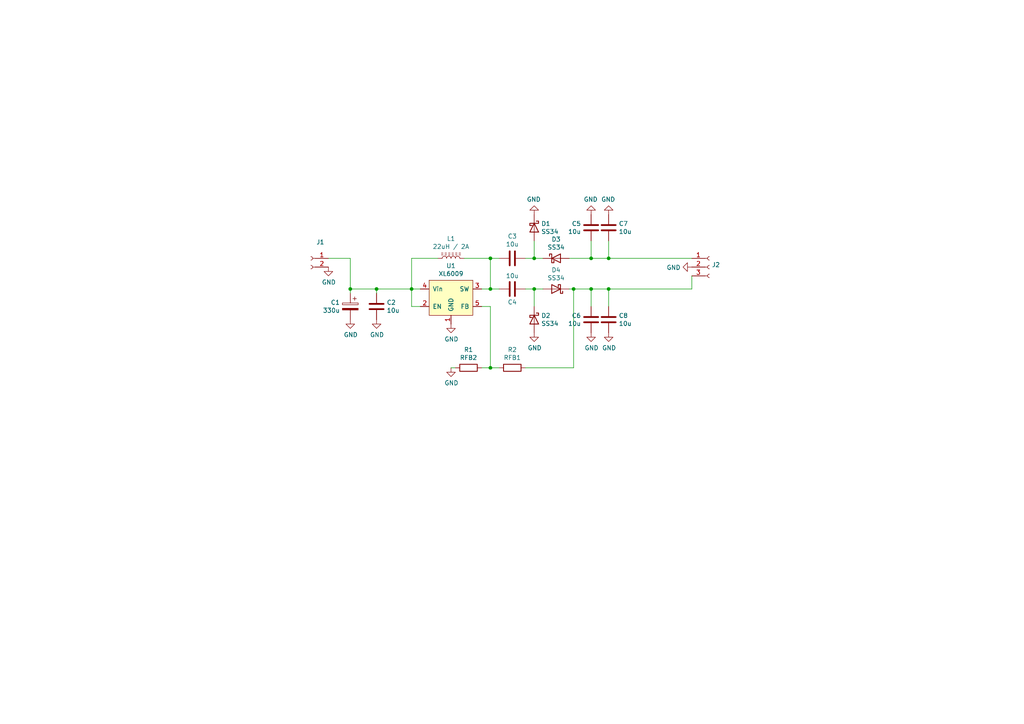
<source format=kicad_sch>
(kicad_sch (version 20220622) (generator eeschema)
  (paper "A4")
  (lib_symbols
    (symbol "Connector:Conn_01x02_Female" (pin_names (offset 1.016) hide)
      (property "Reference" "J" (at 0 2.54 0))
      (property "Value" "Conn_01x02_Female" (at 0 -5.08 0))
      (symbol "Conn_01x02_Female_1_1"
        (arc (start 0 -2.032) (mid -0.508 -2.54) (end 0 -3.048) (stroke (width 0.1524)))
        (polyline (pts (xy -1.27 -2.54) (xy -0.508 -2.54)) (stroke (width 0.1524)))
        (polyline (pts (xy -1.27 0) (xy -0.508 0)) (stroke (width 0.1524)))
        (arc (start 0 0.508) (mid -0.508 0) (end 0 -0.508) (stroke (width 0.1524)))
        (pin passive line (at -5.08 0 0) (length 3.81) (name "Pin_1") (number "1"))
        (pin passive line (at -5.08 -2.54 0) (length 3.81) (name "Pin_2") (number "2"))
      )
    )
    (symbol "Connector:Conn_01x03_Female" (pin_names (offset 1.016) hide)
      (property "Reference" "J" (at 0 5.08 0))
      (property "Value" "Conn_01x03_Female" (at 0 -5.08 0))
      (symbol "Conn_01x03_Female_1_1"
        (arc (start 0 -2.032) (mid -0.508 -2.54) (end 0 -3.048) (stroke (width 0.1524)))
        (polyline (pts (xy -1.27 -2.54) (xy -0.508 -2.54)) (stroke (width 0.1524)))
        (polyline (pts (xy -1.27 0) (xy -0.508 0)) (stroke (width 0.1524)))
        (polyline (pts (xy -1.27 2.54) (xy -0.508 2.54)) (stroke (width 0.1524)))
        (arc (start 0 0.508) (mid -0.508 0) (end 0 -0.508) (stroke (width 0.1524)))
        (arc (start 0 3.048) (mid -0.508 2.54) (end 0 2.032) (stroke (width 0.1524)))
        (pin passive line (at -5.08 2.54 0) (length 3.81) (name "Pin_1") (number "1"))
        (pin passive line (at -5.08 0 0) (length 3.81) (name "Pin_2") (number "2"))
        (pin passive line (at -5.08 -2.54 0) (length 3.81) (name "Pin_3") (number "3"))
      )
    )
    (symbol "Device:C" (pin_numbers hide) (pin_names (offset 0.254))
      (property "Reference" "C" (at 0.635 2.54 0))
      (property "Value" "C" (at 0.635 -2.54 0))
      (symbol "C_0_1"
        (polyline (pts (xy -2.032 -0.762) (xy 2.032 -0.762)) (stroke (width 0.508)))
        (polyline (pts (xy -2.032 0.762) (xy 2.032 0.762)) (stroke (width 0.508)))
      )
      (symbol "C_1_1"
        (pin passive line (at 0 3.81 270) (length 2.794) (name "~") (number "1"))
        (pin passive line (at 0 -3.81 90) (length 2.794) (name "~") (number "2"))
      )
    )
    (symbol "Device:D_Schottky" (pin_numbers hide) (pin_names (offset 1.016) hide)
      (property "Reference" "D" (at 0 2.54 0))
      (property "Value" "D_Schottky" (at 0 -2.54 0))
      (symbol "D_Schottky_0_1"
        (polyline (pts (xy 1.27 0) (xy -1.27 0)))
        (polyline (pts (xy 1.27 1.27) (xy 1.27 -1.27) (xy -1.27 0) (xy 1.27 1.27)) (stroke (width 0.254)))
        (polyline (pts (xy -1.905 0.635) (xy -1.905 1.27) (xy -1.27 1.27) (xy -1.27 -1.27) (xy -0.635 -1.27) (xy -0.635 -0.635)) (stroke (width 0.254)))
      )
      (symbol "D_Schottky_1_1"
        (pin passive line (at -3.81 0 0) (length 2.54) (name "K") (number "1"))
        (pin passive line (at 3.81 0 180) (length 2.54) (name "A") (number "2"))
      )
    )
    (symbol "Device:R" (pin_numbers hide) (pin_names (offset 0))
      (property "Reference" "R" (at 2.032 0 90))
      (property "Value" "R" (at 0 0 90))
      (symbol "R_0_1"
        (rectangle (start -1.016 -2.54) (end 1.016 2.54) (stroke (width 0.254)))
      )
      (symbol "R_1_1"
        (pin passive line (at 0 3.81 270) (length 1.27) (name "~") (number "1"))
        (pin passive line (at 0 -3.81 90) (length 1.27) (name "~") (number "2"))
      )
    )
    (symbol "XL6009-rescue:CP-Device" (pin_numbers hide) (pin_names (offset 0.254))
      (property "Reference" "C" (at 0.635 2.54 0))
      (property "Value" "CP-Device" (at 0.635 -2.54 0))
      (symbol "CP-Device_0_1"
        (rectangle (start -2.286 0.508) (end 2.286 1.016))
        (polyline (pts (xy -1.778 2.286) (xy -0.762 2.286)))
        (polyline (pts (xy -1.27 2.794) (xy -1.27 1.778)))
        (rectangle (start 2.286 -0.508) (end -2.286 -1.016) (fill (type outline)))
      )
      (symbol "CP-Device_1_1"
        (pin passive line (at 0 3.81 270) (length 2.794) (name "~") (number "1"))
        (pin passive line (at 0 -3.81 90) (length 2.794) (name "~") (number "2"))
      )
    )
    (symbol "XL6009-rescue:L_Core_Ferrite-Device" (pin_numbers hide) (pin_names (offset 1.016) hide)
      (property "Reference" "L" (at -1.27 0 90))
      (property "Value" "L_Core_Ferrite-Device" (at 2.794 0 90))
      (symbol "L_Core_Ferrite-Device_0_1"
        (arc (start 0 -2.54) (mid 0.6323 -1.905) (end 0 -1.27))
        (arc (start 0 -1.27) (mid 0.6323 -0.635) (end 0 0))
        (polyline (pts (xy 1.016 -2.794) (xy 1.016 -2.286)))
        (polyline (pts (xy 1.016 -1.778) (xy 1.016 -1.27)))
        (polyline (pts (xy 1.016 -0.762) (xy 1.016 -0.254)))
        (polyline (pts (xy 1.016 0.254) (xy 1.016 0.762)))
        (polyline (pts (xy 1.016 1.27) (xy 1.016 1.778)))
        (polyline (pts (xy 1.016 2.286) (xy 1.016 2.794)))
        (polyline (pts (xy 1.524 -2.286) (xy 1.524 -2.794)))
        (polyline (pts (xy 1.524 -1.27) (xy 1.524 -1.778)))
        (polyline (pts (xy 1.524 -0.254) (xy 1.524 -0.762)))
        (polyline (pts (xy 1.524 0.762) (xy 1.524 0.254)))
        (polyline (pts (xy 1.524 1.778) (xy 1.524 1.27)))
        (polyline (pts (xy 1.524 2.794) (xy 1.524 2.286)))
        (arc (start 0 0) (mid 0.6323 0.635) (end 0 1.27))
        (arc (start 0 1.27) (mid 0.6323 1.905) (end 0 2.54))
      )
      (symbol "L_Core_Ferrite-Device_1_1"
        (pin passive line (at 0 3.81 270) (length 1.27) (name "1") (number "1"))
        (pin passive line (at 0 -3.81 90) (length 1.27) (name "2") (number "2"))
      )
    )
    (symbol "XL6009-rescue:XL6009-Battery_Management" (pin_names (offset 1.016))
      (property "Reference" "U" (at 0 8.89 0))
      (property "Value" "XL6009-Battery_Management" (at 0 6.35 0))
      (symbol "XL6009-Battery_Management_0_1"
        (rectangle (start -6.35 5.08) (end 6.35 -5.08) (fill (type background)))
      )
      (symbol "XL6009-Battery_Management_1_1"
        (pin unspecified line (at 0 -7.62 90) (length 2.54) (name "GND") (number "1"))
        (pin input line (at -8.89 -2.54 0) (length 2.54) (name "EN") (number "2"))
        (pin power_out line (at 8.89 2.54 180) (length 2.54) (name "SW") (number "3"))
        (pin power_in line (at -8.89 2.54 0) (length 2.54) (name "Vin") (number "4"))
        (pin input line (at 8.89 -2.54 180) (length 2.54) (name "FB") (number "5"))
      )
    )
    (symbol "power:GND" (power) (pin_names (offset 0))
      (property "Value" "GND" (at 0 -3.81 0))
      (symbol "GND_0_1"
        (polyline (pts (xy 0 0) (xy 0 -1.27) (xy 1.27 -1.27) (xy 0 -2.54) (xy -1.27 -1.27) (xy 0 -1.27)))
      )
      (symbol "GND_1_1"
        (pin power_in line (at 0 0 270) (length 0) hide (name "GND") (number "1"))
      )
    )
  )
  (junction (at 119.38 83.82))
  (junction (at 171.45 74.93))
  (junction (at 142.24 74.93))
  (junction (at 142.24 106.68))
  (junction (at 101.6 83.82))
  (junction (at 176.53 74.93))
  (junction (at 171.45 83.82))
  (junction (at 176.53 83.82))
  (junction (at 154.94 74.93))
  (junction (at 109.22 83.82))
  (junction (at 142.24 83.82))
  (junction (at 166.37 83.82))
  (junction (at 154.94 83.82))
  (wire (pts (xy 176.53 83.82) (xy 200.66 83.82)))
  (wire (pts (xy 166.37 106.68) (xy 166.37 83.82)))
  (wire (pts (xy 134.62 74.93) (xy 142.24 74.93)))
  (wire (pts (xy 171.45 69.85) (xy 171.45 74.93)))
  (wire (pts (xy 144.78 106.68) (xy 142.24 106.68)))
  (wire (pts (xy 142.24 74.93) (xy 142.24 83.82)))
  (wire (pts (xy 165.1 83.82) (xy 166.37 83.82)))
  (wire (pts (xy 119.38 83.82) (xy 121.92 83.82)))
  (wire (pts (xy 119.38 74.93) (xy 119.38 83.82)))
  (wire (pts (xy 101.6 83.82) (xy 101.6 85.09)))
  (wire (pts (xy 176.53 83.82) (xy 176.53 88.9)))
  (wire (pts (xy 109.22 83.82) (xy 119.38 83.82)))
  (wire (pts (xy 142.24 88.9) (xy 142.24 106.68)))
  (wire (pts (xy 176.53 74.93) (xy 176.53 69.85)))
  (wire (pts (xy 119.38 88.9) (xy 119.38 83.82)))
  (wire (pts (xy 171.45 83.82) (xy 176.53 83.82)))
  (wire (pts (xy 154.94 74.93) (xy 154.94 69.85)))
  (wire (pts (xy 154.94 83.82) (xy 152.4 83.82)))
  (wire (pts (xy 109.22 85.09) (xy 109.22 83.82)))
  (wire (pts (xy 121.92 88.9) (xy 119.38 88.9)))
  (wire (pts (xy 152.4 74.93) (xy 154.94 74.93)))
  (wire (pts (xy 139.7 88.9) (xy 142.24 88.9)))
  (wire (pts (xy 142.24 83.82) (xy 139.7 83.82)))
  (wire (pts (xy 171.45 74.93) (xy 176.53 74.93)))
  (wire (pts (xy 152.4 106.68) (xy 166.37 106.68)))
  (wire (pts (xy 154.94 83.82) (xy 154.94 88.9)))
  (wire (pts (xy 166.37 83.82) (xy 171.45 83.82)))
  (wire (pts (xy 157.48 83.82) (xy 154.94 83.82)))
  (wire (pts (xy 127 74.93) (xy 119.38 74.93)))
  (wire (pts (xy 95.25 74.93) (xy 101.6 74.93)))
  (wire (pts (xy 200.66 80.01) (xy 200.66 83.82)))
  (wire (pts (xy 176.53 74.93) (xy 200.66 74.93)))
  (wire (pts (xy 165.1 74.93) (xy 171.45 74.93)))
  (wire (pts (xy 101.6 83.82) (xy 101.6 74.93)))
  (wire (pts (xy 171.45 88.9) (xy 171.45 83.82)))
  (wire (pts (xy 132.08 106.68) (xy 130.81 106.68)))
  (wire (pts (xy 101.6 83.82) (xy 109.22 83.82)))
  (wire (pts (xy 154.94 74.93) (xy 157.48 74.93)))
  (wire (pts (xy 144.78 83.82) (xy 142.24 83.82)))
  (wire (pts (xy 142.24 106.68) (xy 139.7 106.68)))
  (wire (pts (xy 144.78 74.93) (xy 142.24 74.93)))
  (symbol (lib_id "XL6009-rescue:XL6009-Battery_Management") (at 130.81 86.36 0) (unit 1)
    (default_instance (reference "U") (unit 1) (value "") (footprint ""))
    (property "Reference" "U1" (at 130.81 77.089 0))
    (property "Value" "XL6009" (at 130.81 79.4004 0))
    (property "Footprint" "Package_TO_SOT_SMD:TO-263-5_TabPin3" (effects hide))
  )
  (symbol (lib_id "power:GND") (at 130.81 93.98 0) (unit 1)
    (default_instance (reference "U") (unit 1) (value "") (footprint ""))
    (property "Reference" "#PWR0101" (effects hide))
    (property "Value" "GND" (at 130.937 98.3742 0))
  )
  (symbol (lib_id "XL6009-rescue:L_Core_Ferrite-Device") (at 130.81 74.93 90) (unit 1)
    (default_instance (reference "U") (unit 1) (value "") (footprint ""))
    (property "Reference" "L1" (at 130.81 69.215 90))
    (property "Value" "22uH / 2A" (at 130.81 71.5264 90))
    (property "Footprint" "Inductor_SMD:L_Neosid_SM-NE127_HandSoldering" (effects hide))
  )
  (symbol (lib_id "Device:C") (at 148.59 74.93 270) (unit 1)
    (default_instance (reference "U") (unit 1) (value "") (footprint ""))
    (property "Reference" "C3" (at 148.59 68.5292 90))
    (property "Value" "10u" (at 148.59 70.8406 90))
    (property "Footprint" "Capacitor_SMD:C_1206_3216Metric_Pad1.33x1.80mm_HandSolder" (effects hide))
  )
  (symbol (lib_id "Device:C") (at 148.59 83.82 270) (unit 1)
    (default_instance (reference "U") (unit 1) (value "") (footprint ""))
    (property "Reference" "C4" (at 148.59 87.63 90))
    (property "Value" "10u" (at 148.59 80.01 90))
    (property "Footprint" "Capacitor_SMD:C_1206_3216Metric_Pad1.33x1.80mm_HandSolder" (effects hide))
  )
  (symbol (lib_id "Device:D_Schottky") (at 161.29 74.93 0) (unit 1)
    (default_instance (reference "U") (unit 1) (value "") (footprint ""))
    (property "Reference" "D3" (at 161.29 69.4182 0))
    (property "Value" "SS34" (at 161.29 71.7296 0))
    (property "Footprint" "Diode_SMD:D_SMA" (effects hide))
  )
  (symbol (lib_id "Device:D_Schottky") (at 154.94 66.04 270) (unit 1)
    (default_instance (reference "U") (unit 1) (value "") (footprint ""))
    (property "Reference" "D1" (at 156.972 64.8716 90) (effects (justify left)))
    (property "Value" "SS34" (at 156.972 67.183 90) (effects (justify left)))
    (property "Footprint" "Diode_SMD:D_SMA" (effects hide))
  )
  (symbol (lib_id "Device:D_Schottky") (at 161.29 83.82 180) (unit 1)
    (default_instance (reference "U") (unit 1) (value "") (footprint ""))
    (property "Reference" "D4" (at 161.29 78.3082 0))
    (property "Value" "SS34" (at 161.29 80.6196 0))
    (property "Footprint" "Diode_SMD:D_SMA" (effects hide))
  )
  (symbol (lib_id "Device:D_Schottky") (at 154.94 92.71 270) (unit 1)
    (default_instance (reference "U") (unit 1) (value "") (footprint ""))
    (property "Reference" "D2" (at 156.972 91.5416 90) (effects (justify left)))
    (property "Value" "SS34" (at 156.972 93.853 90) (effects (justify left)))
    (property "Footprint" "Diode_SMD:D_SMA" (effects hide))
  )
  (symbol (lib_id "power:GND") (at 154.94 96.52 0) (unit 1)
    (default_instance (reference "U") (unit 1) (value "") (footprint ""))
    (property "Reference" "#PWR0102" (effects hide))
    (property "Value" "GND" (at 155.067 100.9142 0))
  )
  (symbol (lib_id "power:GND") (at 154.94 62.23 180) (unit 1)
    (default_instance (reference "U") (unit 1) (value "") (footprint ""))
    (property "Reference" "#PWR0103" (effects hide))
    (property "Value" "GND" (at 154.813 57.8358 0))
  )
  (symbol (lib_id "Device:C") (at 171.45 66.04 0) (mirror x) (unit 1)
    (default_instance (reference "U") (unit 1) (value "") (footprint ""))
    (property "Reference" "C5" (at 168.529 64.8716 0) (effects (justify right)))
    (property "Value" "10u" (at 168.529 67.183 0) (effects (justify right)))
    (property "Footprint" "Capacitor_SMD:C_1206_3216Metric_Pad1.33x1.80mm_HandSolder" (effects hide))
  )
  (symbol (lib_id "Device:C") (at 171.45 92.71 0) (mirror x) (unit 1)
    (default_instance (reference "U") (unit 1) (value "") (footprint ""))
    (property "Reference" "C6" (at 168.529 91.5416 0) (effects (justify right)))
    (property "Value" "10u" (at 168.529 93.853 0) (effects (justify right)))
    (property "Footprint" "Capacitor_SMD:C_1206_3216Metric_Pad1.33x1.80mm_HandSolder" (effects hide))
  )
  (symbol (lib_id "Device:C") (at 176.53 92.71 180) (unit 1)
    (default_instance (reference "U") (unit 1) (value "") (footprint ""))
    (property "Reference" "C8" (at 179.451 91.5416 0) (effects (justify right)))
    (property "Value" "10u" (at 179.451 93.853 0) (effects (justify right)))
    (property "Footprint" "Capacitor_SMD:C_1206_3216Metric_Pad1.33x1.80mm_HandSolder" (effects hide))
  )
  (symbol (lib_id "Device:C") (at 176.53 66.04 180) (unit 1)
    (default_instance (reference "U") (unit 1) (value "") (footprint ""))
    (property "Reference" "C7" (at 179.451 64.8716 0) (effects (justify right)))
    (property "Value" "10u" (at 179.451 67.183 0) (effects (justify right)))
    (property "Footprint" "Capacitor_SMD:C_1206_3216Metric_Pad1.33x1.80mm_HandSolder" (effects hide))
  )
  (symbol (lib_id "power:GND") (at 171.45 96.52 0) (unit 1)
    (default_instance (reference "U") (unit 1) (value "") (footprint ""))
    (property "Reference" "#PWR0104" (effects hide))
    (property "Value" "GND" (at 171.577 100.9142 0))
  )
  (symbol (lib_id "power:GND") (at 176.53 96.52 0) (unit 1)
    (default_instance (reference "U") (unit 1) (value "") (footprint ""))
    (property "Reference" "#PWR0105" (effects hide))
    (property "Value" "GND" (at 176.657 100.9142 0))
  )
  (symbol (lib_id "power:GND") (at 171.45 62.23 180) (unit 1)
    (default_instance (reference "U") (unit 1) (value "") (footprint ""))
    (property "Reference" "#PWR0106" (effects hide))
    (property "Value" "GND" (at 171.323 57.8358 0))
  )
  (symbol (lib_id "power:GND") (at 176.53 62.23 180) (unit 1)
    (default_instance (reference "U") (unit 1) (value "") (footprint ""))
    (property "Reference" "#PWR0107" (effects hide))
    (property "Value" "GND" (at 176.403 57.8358 0))
  )
  (symbol (lib_id "Device:C") (at 109.22 88.9 180) (unit 1)
    (default_instance (reference "U") (unit 1) (value "") (footprint ""))
    (property "Reference" "C2" (at 112.141 87.7316 0) (effects (justify right)))
    (property "Value" "10u" (at 112.141 90.043 0) (effects (justify right)))
    (property "Footprint" "Capacitor_SMD:C_1206_3216Metric_Pad1.33x1.80mm_HandSolder" (effects hide))
  )
  (symbol (lib_id "XL6009-rescue:CP-Device") (at 101.6 88.9 0) (mirror y) (unit 1)
    (default_instance (reference "U") (unit 1) (value "") (footprint ""))
    (property "Reference" "C1" (at 98.6028 87.7316 0) (effects (justify left)))
    (property "Value" "330u" (at 98.6028 90.043 0) (effects (justify left)))
    (property "Footprint" "Capacitor_SMD:CP_Elec_8x6.5" (effects hide))
  )
  (symbol (lib_id "power:GND") (at 101.6 92.71 0) (unit 1)
    (default_instance (reference "U") (unit 1) (value "") (footprint ""))
    (property "Reference" "#PWR0112" (effects hide))
    (property "Value" "GND" (at 101.727 97.1042 0))
  )
  (symbol (lib_id "power:GND") (at 109.22 92.71 0) (unit 1)
    (default_instance (reference "U") (unit 1) (value "") (footprint ""))
    (property "Reference" "#PWR0113" (effects hide))
    (property "Value" "GND" (at 109.347 97.1042 0))
  )
  (symbol (lib_id "Connector:Conn_01x02_Female") (at 90.17 74.93 0) (mirror y) (unit 1)
    (default_instance (reference "U") (unit 1) (value "") (footprint ""))
    (property "Reference" "J1" (at 92.9132 70.231 0))
    (property "Value" "Conn_01x02_Female" (effects hide))
    (property "Footprint" "Connector_PinHeader_2.54mm:PinHeader_1x02_P2.54mm_Vertical" (effects hide))
  )
  (symbol (lib_id "power:GND") (at 95.25 77.47 0) (unit 1)
    (default_instance (reference "U") (unit 1) (value "") (footprint ""))
    (property "Reference" "#PWR0114" (effects hide))
    (property "Value" "GND" (at 95.377 81.8642 0))
  )
  (symbol (lib_id "Connector:Conn_01x03_Female") (at 205.74 77.47 0) (unit 1)
    (default_instance (reference "U") (unit 1) (value "") (footprint ""))
    (property "Reference" "J2" (at 206.4512 76.8096 0) (effects (justify left)))
    (property "Value" "Conn_01x03_Female" (effects hide))
    (property "Footprint" "Connector_PinHeader_2.54mm:PinHeader_1x03_P2.54mm_Vertical" (effects hide))
  )
  (symbol (lib_id "power:GND") (at 200.66 77.47 270) (unit 1)
    (default_instance (reference "U") (unit 1) (value "") (footprint ""))
    (property "Reference" "#PWR0115" (effects hide))
    (property "Value" "GND" (at 197.4088 77.597 90) (effects (justify right)))
  )
  (symbol (lib_id "Device:R") (at 135.89 106.68 270) (unit 1)
    (default_instance (reference "U") (unit 1) (value "") (footprint ""))
    (property "Reference" "R1" (at 135.89 101.4222 90))
    (property "Value" "RFB2" (at 135.89 103.7336 90))
    (property "Footprint" "Resistor_SMD:R_1206_3216Metric" (effects hide))
  )
  (symbol (lib_id "Device:R") (at 148.59 106.68 270) (unit 1)
    (default_instance (reference "U") (unit 1) (value "") (footprint ""))
    (property "Reference" "R2" (at 148.59 101.4222 90))
    (property "Value" "RFB1" (at 148.59 103.7336 90))
    (property "Footprint" "Resistor_SMD:R_1206_3216Metric" (effects hide))
  )
  (symbol (lib_id "power:GND") (at 130.81 106.68 0) (unit 1)
    (default_instance (reference "U") (unit 1) (value "") (footprint ""))
    (property "Reference" "#PWR01" (effects hide))
    (property "Value" "GND" (at 130.937 111.0742 0))
  )
)
</source>
